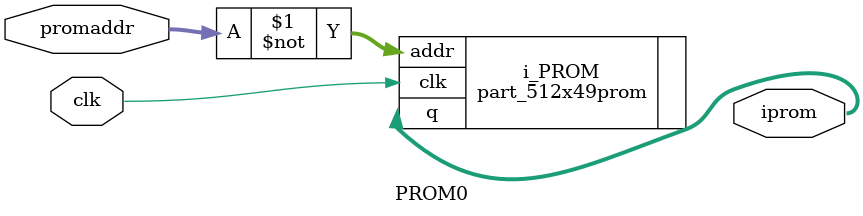
<source format=v>
module PROM0(clk, promaddr, iprom);

input clk;
input [8:0] promaddr;
output [48:0] iprom;

   part_512x49prom i_PROM(
			  .clk(clk),
			  .addr(~promaddr),
			  .q(iprom)
			  );

endmodule

</source>
